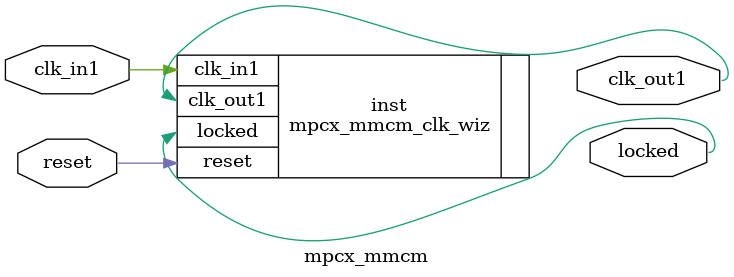
<source format=v>


`timescale 1ps/1ps

(* CORE_GENERATION_INFO = "mpcx_mmcm,clk_wiz_v6_0_5_0_0,{component_name=mpcx_mmcm,use_phase_alignment=true,use_min_o_jitter=false,use_max_i_jitter=false,use_dyn_phase_shift=false,use_inclk_switchover=false,use_dyn_reconfig=false,enable_axi=0,feedback_source=FDBK_AUTO,PRIMITIVE=MMCM,num_out_clk=1,clkin1_period=25.000,clkin2_period=10.0,use_power_down=false,use_reset=true,use_locked=true,use_inclk_stopped=false,feedback_type=SINGLE,CLOCK_MGR_TYPE=NA,manual_override=false}" *)

module mpcx_mmcm 
 (
  // Clock out ports
  output        clk_out1,
  // Status and control signals
  input         reset,
  output        locked,
 // Clock in ports
  input         clk_in1
 );

  mpcx_mmcm_clk_wiz inst
  (
  // Clock out ports  
  .clk_out1(clk_out1),
  // Status and control signals               
  .reset(reset), 
  .locked(locked),
 // Clock in ports
  .clk_in1(clk_in1)
  );

endmodule

</source>
